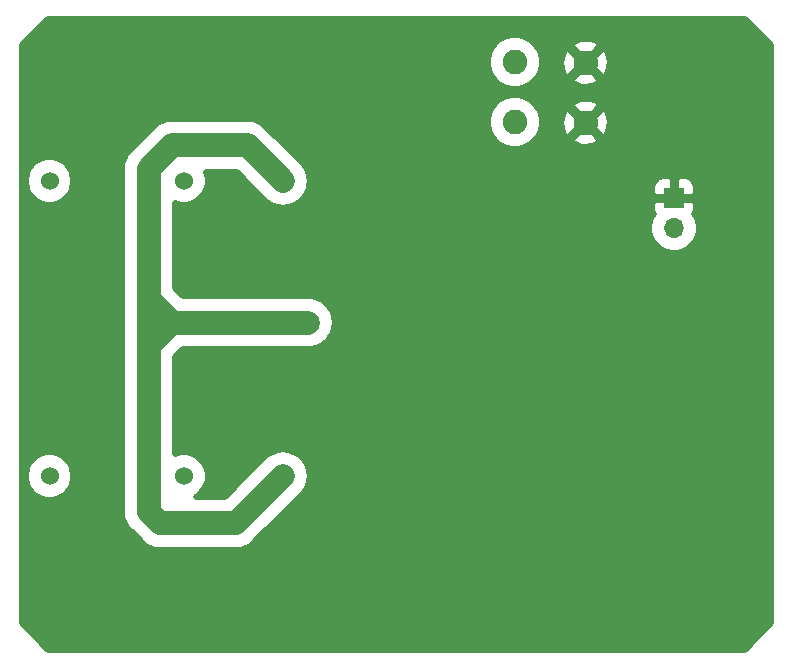
<source format=gbr>
G04 #@! TF.GenerationSoftware,KiCad,Pcbnew,(5.1.5)-3*
G04 #@! TF.CreationDate,2020-03-21T22:09:17-04:00*
G04 #@! TF.ProjectId,GP PSU Filter,47502050-5355-4204-9669-6c7465722e6b,rev?*
G04 #@! TF.SameCoordinates,Original*
G04 #@! TF.FileFunction,Copper,L2,Bot*
G04 #@! TF.FilePolarity,Positive*
%FSLAX46Y46*%
G04 Gerber Fmt 4.6, Leading zero omitted, Abs format (unit mm)*
G04 Created by KiCad (PCBNEW (5.1.5)-3) date 2020-03-21 22:09:17*
%MOMM*%
%LPD*%
G04 APERTURE LIST*
%ADD10C,1.524000*%
%ADD11C,2.082800*%
%ADD12O,1.700000X1.700000*%
%ADD13R,1.700000X1.700000*%
%ADD14C,2.000000*%
%ADD15C,2.000000*%
%ADD16C,0.500000*%
G04 APERTURE END LIST*
D10*
X112000000Y-100000000D03*
X120382000Y-100000000D03*
X112000000Y-75000000D03*
X120382000Y-75000000D03*
X100618000Y-100000000D03*
X109000000Y-100000000D03*
X100618000Y-75000000D03*
X109000000Y-75000000D03*
D11*
X146000000Y-70080000D03*
X146000000Y-65000000D03*
X140000000Y-64920000D03*
X140000000Y-70000000D03*
D12*
X153500000Y-79000000D03*
D13*
X153500000Y-76460000D03*
D14*
X127000000Y-82000000D03*
X127000000Y-77000000D03*
X127000000Y-73500000D03*
X146000000Y-73500000D03*
X149000000Y-76500000D03*
X127000000Y-93000000D03*
X135500000Y-93000000D03*
X139000000Y-109500000D03*
X158500000Y-76500000D03*
X153500000Y-70000000D03*
X102500000Y-112500000D03*
X115000000Y-112500000D03*
X125000000Y-62500000D03*
X132500000Y-62500000D03*
X155000000Y-62500000D03*
X160000000Y-67500000D03*
X122500000Y-87000000D03*
D15*
X109000000Y-103000000D02*
X109000000Y-100000000D01*
X110000000Y-104000000D02*
X109000000Y-103000000D01*
X120382000Y-100000000D02*
X116382000Y-104000000D01*
X116382000Y-104000000D02*
X110000000Y-104000000D01*
X109000000Y-76000000D02*
X109000000Y-75000000D01*
X117382000Y-72000000D02*
X120382000Y-75000000D01*
X111000000Y-72000000D02*
X117382000Y-72000000D01*
X109000000Y-75000000D02*
X109000000Y-74000000D01*
X109000000Y-74000000D02*
X111000000Y-72000000D01*
X109000000Y-85000000D02*
X111000000Y-87000000D01*
X109000000Y-87000000D02*
X111000000Y-87000000D01*
X109000000Y-87000000D02*
X109000000Y-85000000D01*
X109000000Y-85000000D02*
X109000000Y-76000000D01*
X109000000Y-89000000D02*
X111000000Y-87000000D01*
X109000000Y-100000000D02*
X109000000Y-89000000D01*
X109000000Y-89000000D02*
X109000000Y-87000000D01*
X111000000Y-87000000D02*
X122500000Y-87000000D01*
D16*
G36*
X161725000Y-63528122D02*
G01*
X161725001Y-112471877D01*
X159471879Y-114725000D01*
X100528122Y-114725000D01*
X98275000Y-112471879D01*
X98275000Y-99801835D01*
X98606000Y-99801835D01*
X98606000Y-100198165D01*
X98683320Y-100586879D01*
X98834989Y-100953039D01*
X99055178Y-101282575D01*
X99335425Y-101562822D01*
X99664961Y-101783011D01*
X100031121Y-101934680D01*
X100419835Y-102012000D01*
X100816165Y-102012000D01*
X101204879Y-101934680D01*
X101571039Y-101783011D01*
X101900575Y-101562822D01*
X102180822Y-101282575D01*
X102401011Y-100953039D01*
X102552680Y-100586879D01*
X102630000Y-100198165D01*
X102630000Y-99801835D01*
X102552680Y-99413121D01*
X102401011Y-99046961D01*
X102180822Y-98717425D01*
X101900575Y-98437178D01*
X101571039Y-98216989D01*
X101204879Y-98065320D01*
X100816165Y-97988000D01*
X100419835Y-97988000D01*
X100031121Y-98065320D01*
X99664961Y-98216989D01*
X99335425Y-98437178D01*
X99055178Y-98717425D01*
X98834989Y-99046961D01*
X98683320Y-99413121D01*
X98606000Y-99801835D01*
X98275000Y-99801835D01*
X98275000Y-74801835D01*
X98606000Y-74801835D01*
X98606000Y-75198165D01*
X98683320Y-75586879D01*
X98834989Y-75953039D01*
X99055178Y-76282575D01*
X99335425Y-76562822D01*
X99664961Y-76783011D01*
X100031121Y-76934680D01*
X100419835Y-77012000D01*
X100816165Y-77012000D01*
X101204879Y-76934680D01*
X101571039Y-76783011D01*
X101900575Y-76562822D01*
X102180822Y-76282575D01*
X102401011Y-75953039D01*
X102552680Y-75586879D01*
X102630000Y-75198165D01*
X102630000Y-74801835D01*
X102552680Y-74413121D01*
X102401011Y-74046961D01*
X102369633Y-74000000D01*
X106739114Y-74000000D01*
X106750000Y-74110525D01*
X106750000Y-76110527D01*
X106750001Y-76110537D01*
X106750000Y-84889472D01*
X106739114Y-85000000D01*
X106750000Y-85110525D01*
X106750000Y-86889472D01*
X106739114Y-87000000D01*
X106750000Y-87110527D01*
X106750000Y-88889472D01*
X106739114Y-89000000D01*
X106750000Y-89110525D01*
X106750000Y-89110527D01*
X106750001Y-89110537D01*
X106750000Y-99889472D01*
X106750000Y-102889475D01*
X106739114Y-103000000D01*
X106750000Y-103110525D01*
X106750000Y-103110527D01*
X106782556Y-103441076D01*
X106911214Y-103865203D01*
X107120142Y-104256081D01*
X107401312Y-104598688D01*
X107487169Y-104669149D01*
X108330847Y-105512826D01*
X108401312Y-105598688D01*
X108743919Y-105879858D01*
X109134796Y-106088786D01*
X109558920Y-106217443D01*
X109558923Y-106217444D01*
X110000000Y-106260886D01*
X110110528Y-106250000D01*
X116271475Y-106250000D01*
X116382000Y-106260886D01*
X116492525Y-106250000D01*
X116492528Y-106250000D01*
X116823077Y-106217444D01*
X117247204Y-106088786D01*
X117638081Y-105879858D01*
X117980688Y-105598688D01*
X118051149Y-105512832D01*
X122051145Y-101512836D01*
X122261858Y-101256082D01*
X122470786Y-100865204D01*
X122599443Y-100441078D01*
X122642886Y-100000001D01*
X122599443Y-99558924D01*
X122470786Y-99134798D01*
X122261858Y-98743920D01*
X121980687Y-98401313D01*
X121638080Y-98120142D01*
X121247202Y-97911214D01*
X120823076Y-97782557D01*
X120381999Y-97739114D01*
X119940922Y-97782557D01*
X119516796Y-97911214D01*
X119125918Y-98120142D01*
X118869164Y-98330855D01*
X115450020Y-101750000D01*
X113002443Y-101750000D01*
X113282575Y-101562822D01*
X113562822Y-101282575D01*
X113783011Y-100953039D01*
X113934680Y-100586879D01*
X114012000Y-100198165D01*
X114012000Y-99801835D01*
X113934680Y-99413121D01*
X113783011Y-99046961D01*
X113562822Y-98717425D01*
X113282575Y-98437178D01*
X112953039Y-98216989D01*
X112586879Y-98065320D01*
X112198165Y-97988000D01*
X111801835Y-97988000D01*
X111413121Y-98065320D01*
X111250000Y-98132887D01*
X111250000Y-89931980D01*
X111931981Y-89250000D01*
X122721606Y-89250000D01*
X122830549Y-89228330D01*
X122941077Y-89217444D01*
X123047356Y-89185204D01*
X123156301Y-89163534D01*
X123258926Y-89121025D01*
X123365204Y-89088786D01*
X123463150Y-89036433D01*
X123565775Y-88993924D01*
X123658134Y-88932212D01*
X123756081Y-88879858D01*
X123841932Y-88809402D01*
X123934292Y-88747689D01*
X124012837Y-88669144D01*
X124098688Y-88598688D01*
X124169145Y-88512836D01*
X124247689Y-88434292D01*
X124309402Y-88341932D01*
X124379858Y-88256081D01*
X124432212Y-88158134D01*
X124493924Y-88065775D01*
X124536433Y-87963150D01*
X124588786Y-87865204D01*
X124621025Y-87758926D01*
X124663534Y-87656301D01*
X124685204Y-87547356D01*
X124717444Y-87441077D01*
X124728330Y-87330549D01*
X124750000Y-87221606D01*
X124750000Y-87110527D01*
X124760886Y-87000000D01*
X124750000Y-86889472D01*
X124750000Y-86778394D01*
X124728330Y-86669451D01*
X124717444Y-86558923D01*
X124685204Y-86452644D01*
X124663534Y-86343699D01*
X124621025Y-86241074D01*
X124588786Y-86134796D01*
X124536433Y-86036850D01*
X124493924Y-85934225D01*
X124432212Y-85841866D01*
X124379858Y-85743919D01*
X124309402Y-85658068D01*
X124247689Y-85565708D01*
X124169144Y-85487163D01*
X124098688Y-85401312D01*
X124012836Y-85330855D01*
X123934292Y-85252311D01*
X123841932Y-85190598D01*
X123756081Y-85120142D01*
X123658134Y-85067788D01*
X123565775Y-85006076D01*
X123463150Y-84963567D01*
X123365204Y-84911214D01*
X123258926Y-84878975D01*
X123156301Y-84836466D01*
X123047356Y-84814796D01*
X122941077Y-84782556D01*
X122830549Y-84771670D01*
X122721606Y-84750000D01*
X111931981Y-84750000D01*
X111250000Y-84068020D01*
X111250000Y-78793168D01*
X151400000Y-78793168D01*
X151400000Y-79206832D01*
X151480702Y-79612547D01*
X151639004Y-79994723D01*
X151868823Y-80338672D01*
X152161328Y-80631177D01*
X152505277Y-80860996D01*
X152887453Y-81019298D01*
X153293168Y-81100000D01*
X153706832Y-81100000D01*
X154112547Y-81019298D01*
X154494723Y-80860996D01*
X154838672Y-80631177D01*
X155131177Y-80338672D01*
X155360996Y-79994723D01*
X155519298Y-79612547D01*
X155600000Y-79206832D01*
X155600000Y-78793168D01*
X155519298Y-78387453D01*
X155360996Y-78005277D01*
X155222803Y-77798456D01*
X155278350Y-77694535D01*
X155335531Y-77506034D01*
X155354839Y-77310000D01*
X155350000Y-76835000D01*
X155100000Y-76585000D01*
X153625000Y-76585000D01*
X153625000Y-76605000D01*
X153375000Y-76605000D01*
X153375000Y-76585000D01*
X151900000Y-76585000D01*
X151650000Y-76835000D01*
X151645161Y-77310000D01*
X151664469Y-77506034D01*
X151721650Y-77694535D01*
X151777197Y-77798456D01*
X151639004Y-78005277D01*
X151480702Y-78387453D01*
X151400000Y-78793168D01*
X111250000Y-78793168D01*
X111250000Y-76867113D01*
X111413121Y-76934680D01*
X111801835Y-77012000D01*
X112198165Y-77012000D01*
X112586879Y-76934680D01*
X112953039Y-76783011D01*
X113282575Y-76562822D01*
X113562822Y-76282575D01*
X113783011Y-75953039D01*
X113934680Y-75586879D01*
X114012000Y-75198165D01*
X114012000Y-74801835D01*
X113934680Y-74413121D01*
X113867113Y-74250000D01*
X116450020Y-74250000D01*
X118869165Y-76669145D01*
X119125919Y-76879858D01*
X119516797Y-77088786D01*
X119940923Y-77217443D01*
X120382000Y-77260886D01*
X120823077Y-77217443D01*
X121247203Y-77088786D01*
X121638081Y-76879858D01*
X121980688Y-76598688D01*
X122261858Y-76256081D01*
X122470786Y-75865203D01*
X122548200Y-75610000D01*
X151645161Y-75610000D01*
X151650000Y-76085000D01*
X151900000Y-76335000D01*
X153375000Y-76335000D01*
X153375000Y-74860000D01*
X153625000Y-74860000D01*
X153625000Y-76335000D01*
X155100000Y-76335000D01*
X155350000Y-76085000D01*
X155354839Y-75610000D01*
X155335531Y-75413966D01*
X155278350Y-75225465D01*
X155185493Y-75051741D01*
X155060528Y-74899472D01*
X154908259Y-74774507D01*
X154734535Y-74681650D01*
X154546034Y-74624469D01*
X154350000Y-74605161D01*
X153875000Y-74610000D01*
X153625000Y-74860000D01*
X153375000Y-74860000D01*
X153125000Y-74610000D01*
X152650000Y-74605161D01*
X152453966Y-74624469D01*
X152265465Y-74681650D01*
X152091741Y-74774507D01*
X151939472Y-74899472D01*
X151814507Y-75051741D01*
X151721650Y-75225465D01*
X151664469Y-75413966D01*
X151645161Y-75610000D01*
X122548200Y-75610000D01*
X122599443Y-75441077D01*
X122642886Y-75000000D01*
X122599443Y-74558923D01*
X122470786Y-74134797D01*
X122261858Y-73743919D01*
X122051145Y-73487165D01*
X119051149Y-70487169D01*
X118980688Y-70401312D01*
X118638081Y-70120142D01*
X118247204Y-69911214D01*
X117823077Y-69782556D01*
X117739425Y-69774317D01*
X137708600Y-69774317D01*
X137708600Y-70225683D01*
X137796657Y-70668377D01*
X137969388Y-71085385D01*
X138220153Y-71460682D01*
X138539318Y-71779847D01*
X138914615Y-72030612D01*
X139331623Y-72203343D01*
X139774317Y-72291400D01*
X140225683Y-72291400D01*
X140668377Y-72203343D01*
X141085385Y-72030612D01*
X141460682Y-71779847D01*
X141779847Y-71460682D01*
X141794325Y-71439013D01*
X144817763Y-71439013D01*
X144897657Y-71809907D01*
X145256327Y-71991723D01*
X145643575Y-72100073D01*
X146044520Y-72130793D01*
X146443755Y-72082702D01*
X146825936Y-71957649D01*
X147102343Y-71809907D01*
X147182237Y-71439013D01*
X146000000Y-70256777D01*
X144817763Y-71439013D01*
X141794325Y-71439013D01*
X142030612Y-71085385D01*
X142203343Y-70668377D01*
X142291400Y-70225683D01*
X142291400Y-70124520D01*
X143949207Y-70124520D01*
X143997298Y-70523755D01*
X144122351Y-70905936D01*
X144270093Y-71182343D01*
X144640987Y-71262237D01*
X145823223Y-70080000D01*
X146176777Y-70080000D01*
X147359013Y-71262237D01*
X147729907Y-71182343D01*
X147911723Y-70823673D01*
X148020073Y-70436425D01*
X148050793Y-70035480D01*
X148002702Y-69636245D01*
X147877649Y-69254064D01*
X147729907Y-68977657D01*
X147359013Y-68897763D01*
X146176777Y-70080000D01*
X145823223Y-70080000D01*
X144640987Y-68897763D01*
X144270093Y-68977657D01*
X144088277Y-69336327D01*
X143979927Y-69723575D01*
X143949207Y-70124520D01*
X142291400Y-70124520D01*
X142291400Y-69774317D01*
X142203343Y-69331623D01*
X142030612Y-68914615D01*
X141901235Y-68720987D01*
X144817763Y-68720987D01*
X146000000Y-69903223D01*
X147182237Y-68720987D01*
X147102343Y-68350093D01*
X146743673Y-68168277D01*
X146356425Y-68059927D01*
X145955480Y-68029207D01*
X145556245Y-68077298D01*
X145174064Y-68202351D01*
X144897657Y-68350093D01*
X144817763Y-68720987D01*
X141901235Y-68720987D01*
X141779847Y-68539318D01*
X141460682Y-68220153D01*
X141085385Y-67969388D01*
X140668377Y-67796657D01*
X140225683Y-67708600D01*
X139774317Y-67708600D01*
X139331623Y-67796657D01*
X138914615Y-67969388D01*
X138539318Y-68220153D01*
X138220153Y-68539318D01*
X137969388Y-68914615D01*
X137796657Y-69331623D01*
X137708600Y-69774317D01*
X117739425Y-69774317D01*
X117492528Y-69750000D01*
X117492525Y-69750000D01*
X117382000Y-69739114D01*
X117271475Y-69750000D01*
X111110525Y-69750000D01*
X110999999Y-69739114D01*
X110889473Y-69750000D01*
X110889472Y-69750000D01*
X110558923Y-69782556D01*
X110161139Y-69903223D01*
X110134796Y-69911214D01*
X109743918Y-70120142D01*
X109487164Y-70330855D01*
X109401312Y-70401312D01*
X109330856Y-70487164D01*
X107487164Y-72330856D01*
X107401313Y-72401312D01*
X107330857Y-72487163D01*
X107330855Y-72487165D01*
X107120142Y-72743919D01*
X106989678Y-72988000D01*
X106911214Y-73134796D01*
X106782556Y-73558923D01*
X106750947Y-73879858D01*
X106739114Y-74000000D01*
X102369633Y-74000000D01*
X102180822Y-73717425D01*
X101900575Y-73437178D01*
X101571039Y-73216989D01*
X101204879Y-73065320D01*
X100816165Y-72988000D01*
X100419835Y-72988000D01*
X100031121Y-73065320D01*
X99664961Y-73216989D01*
X99335425Y-73437178D01*
X99055178Y-73717425D01*
X98834989Y-74046961D01*
X98683320Y-74413121D01*
X98606000Y-74801835D01*
X98275000Y-74801835D01*
X98275000Y-64694317D01*
X137708600Y-64694317D01*
X137708600Y-65145683D01*
X137796657Y-65588377D01*
X137969388Y-66005385D01*
X138220153Y-66380682D01*
X138539318Y-66699847D01*
X138914615Y-66950612D01*
X139331623Y-67123343D01*
X139774317Y-67211400D01*
X140225683Y-67211400D01*
X140668377Y-67123343D01*
X141085385Y-66950612D01*
X141460682Y-66699847D01*
X141779847Y-66380682D01*
X141794325Y-66359013D01*
X144817763Y-66359013D01*
X144897657Y-66729907D01*
X145256327Y-66911723D01*
X145643575Y-67020073D01*
X146044520Y-67050793D01*
X146443755Y-67002702D01*
X146825936Y-66877649D01*
X147102343Y-66729907D01*
X147182237Y-66359013D01*
X146000000Y-65176777D01*
X144817763Y-66359013D01*
X141794325Y-66359013D01*
X142030612Y-66005385D01*
X142203343Y-65588377D01*
X142291400Y-65145683D01*
X142291400Y-65044520D01*
X143949207Y-65044520D01*
X143997298Y-65443755D01*
X144122351Y-65825936D01*
X144270093Y-66102343D01*
X144640987Y-66182237D01*
X145823223Y-65000000D01*
X146176777Y-65000000D01*
X147359013Y-66182237D01*
X147729907Y-66102343D01*
X147911723Y-65743673D01*
X148020073Y-65356425D01*
X148050793Y-64955480D01*
X148002702Y-64556245D01*
X147877649Y-64174064D01*
X147729907Y-63897657D01*
X147359013Y-63817763D01*
X146176777Y-65000000D01*
X145823223Y-65000000D01*
X144640987Y-63817763D01*
X144270093Y-63897657D01*
X144088277Y-64256327D01*
X143979927Y-64643575D01*
X143949207Y-65044520D01*
X142291400Y-65044520D01*
X142291400Y-64694317D01*
X142203343Y-64251623D01*
X142030612Y-63834615D01*
X141901235Y-63640987D01*
X144817763Y-63640987D01*
X146000000Y-64823223D01*
X147182237Y-63640987D01*
X147102343Y-63270093D01*
X146743673Y-63088277D01*
X146356425Y-62979927D01*
X145955480Y-62949207D01*
X145556245Y-62997298D01*
X145174064Y-63122351D01*
X144897657Y-63270093D01*
X144817763Y-63640987D01*
X141901235Y-63640987D01*
X141779847Y-63459318D01*
X141460682Y-63140153D01*
X141085385Y-62889388D01*
X140668377Y-62716657D01*
X140225683Y-62628600D01*
X139774317Y-62628600D01*
X139331623Y-62716657D01*
X138914615Y-62889388D01*
X138539318Y-63140153D01*
X138220153Y-63459318D01*
X137969388Y-63834615D01*
X137796657Y-64251623D01*
X137708600Y-64694317D01*
X98275000Y-64694317D01*
X98275000Y-63528121D01*
X100528122Y-61275000D01*
X159471879Y-61275000D01*
X161725000Y-63528122D01*
G37*
X161725000Y-63528122D02*
X161725001Y-112471877D01*
X159471879Y-114725000D01*
X100528122Y-114725000D01*
X98275000Y-112471879D01*
X98275000Y-99801835D01*
X98606000Y-99801835D01*
X98606000Y-100198165D01*
X98683320Y-100586879D01*
X98834989Y-100953039D01*
X99055178Y-101282575D01*
X99335425Y-101562822D01*
X99664961Y-101783011D01*
X100031121Y-101934680D01*
X100419835Y-102012000D01*
X100816165Y-102012000D01*
X101204879Y-101934680D01*
X101571039Y-101783011D01*
X101900575Y-101562822D01*
X102180822Y-101282575D01*
X102401011Y-100953039D01*
X102552680Y-100586879D01*
X102630000Y-100198165D01*
X102630000Y-99801835D01*
X102552680Y-99413121D01*
X102401011Y-99046961D01*
X102180822Y-98717425D01*
X101900575Y-98437178D01*
X101571039Y-98216989D01*
X101204879Y-98065320D01*
X100816165Y-97988000D01*
X100419835Y-97988000D01*
X100031121Y-98065320D01*
X99664961Y-98216989D01*
X99335425Y-98437178D01*
X99055178Y-98717425D01*
X98834989Y-99046961D01*
X98683320Y-99413121D01*
X98606000Y-99801835D01*
X98275000Y-99801835D01*
X98275000Y-74801835D01*
X98606000Y-74801835D01*
X98606000Y-75198165D01*
X98683320Y-75586879D01*
X98834989Y-75953039D01*
X99055178Y-76282575D01*
X99335425Y-76562822D01*
X99664961Y-76783011D01*
X100031121Y-76934680D01*
X100419835Y-77012000D01*
X100816165Y-77012000D01*
X101204879Y-76934680D01*
X101571039Y-76783011D01*
X101900575Y-76562822D01*
X102180822Y-76282575D01*
X102401011Y-75953039D01*
X102552680Y-75586879D01*
X102630000Y-75198165D01*
X102630000Y-74801835D01*
X102552680Y-74413121D01*
X102401011Y-74046961D01*
X102369633Y-74000000D01*
X106739114Y-74000000D01*
X106750000Y-74110525D01*
X106750000Y-76110527D01*
X106750001Y-76110537D01*
X106750000Y-84889472D01*
X106739114Y-85000000D01*
X106750000Y-85110525D01*
X106750000Y-86889472D01*
X106739114Y-87000000D01*
X106750000Y-87110527D01*
X106750000Y-88889472D01*
X106739114Y-89000000D01*
X106750000Y-89110525D01*
X106750000Y-89110527D01*
X106750001Y-89110537D01*
X106750000Y-99889472D01*
X106750000Y-102889475D01*
X106739114Y-103000000D01*
X106750000Y-103110525D01*
X106750000Y-103110527D01*
X106782556Y-103441076D01*
X106911214Y-103865203D01*
X107120142Y-104256081D01*
X107401312Y-104598688D01*
X107487169Y-104669149D01*
X108330847Y-105512826D01*
X108401312Y-105598688D01*
X108743919Y-105879858D01*
X109134796Y-106088786D01*
X109558920Y-106217443D01*
X109558923Y-106217444D01*
X110000000Y-106260886D01*
X110110528Y-106250000D01*
X116271475Y-106250000D01*
X116382000Y-106260886D01*
X116492525Y-106250000D01*
X116492528Y-106250000D01*
X116823077Y-106217444D01*
X117247204Y-106088786D01*
X117638081Y-105879858D01*
X117980688Y-105598688D01*
X118051149Y-105512832D01*
X122051145Y-101512836D01*
X122261858Y-101256082D01*
X122470786Y-100865204D01*
X122599443Y-100441078D01*
X122642886Y-100000001D01*
X122599443Y-99558924D01*
X122470786Y-99134798D01*
X122261858Y-98743920D01*
X121980687Y-98401313D01*
X121638080Y-98120142D01*
X121247202Y-97911214D01*
X120823076Y-97782557D01*
X120381999Y-97739114D01*
X119940922Y-97782557D01*
X119516796Y-97911214D01*
X119125918Y-98120142D01*
X118869164Y-98330855D01*
X115450020Y-101750000D01*
X113002443Y-101750000D01*
X113282575Y-101562822D01*
X113562822Y-101282575D01*
X113783011Y-100953039D01*
X113934680Y-100586879D01*
X114012000Y-100198165D01*
X114012000Y-99801835D01*
X113934680Y-99413121D01*
X113783011Y-99046961D01*
X113562822Y-98717425D01*
X113282575Y-98437178D01*
X112953039Y-98216989D01*
X112586879Y-98065320D01*
X112198165Y-97988000D01*
X111801835Y-97988000D01*
X111413121Y-98065320D01*
X111250000Y-98132887D01*
X111250000Y-89931980D01*
X111931981Y-89250000D01*
X122721606Y-89250000D01*
X122830549Y-89228330D01*
X122941077Y-89217444D01*
X123047356Y-89185204D01*
X123156301Y-89163534D01*
X123258926Y-89121025D01*
X123365204Y-89088786D01*
X123463150Y-89036433D01*
X123565775Y-88993924D01*
X123658134Y-88932212D01*
X123756081Y-88879858D01*
X123841932Y-88809402D01*
X123934292Y-88747689D01*
X124012837Y-88669144D01*
X124098688Y-88598688D01*
X124169145Y-88512836D01*
X124247689Y-88434292D01*
X124309402Y-88341932D01*
X124379858Y-88256081D01*
X124432212Y-88158134D01*
X124493924Y-88065775D01*
X124536433Y-87963150D01*
X124588786Y-87865204D01*
X124621025Y-87758926D01*
X124663534Y-87656301D01*
X124685204Y-87547356D01*
X124717444Y-87441077D01*
X124728330Y-87330549D01*
X124750000Y-87221606D01*
X124750000Y-87110527D01*
X124760886Y-87000000D01*
X124750000Y-86889472D01*
X124750000Y-86778394D01*
X124728330Y-86669451D01*
X124717444Y-86558923D01*
X124685204Y-86452644D01*
X124663534Y-86343699D01*
X124621025Y-86241074D01*
X124588786Y-86134796D01*
X124536433Y-86036850D01*
X124493924Y-85934225D01*
X124432212Y-85841866D01*
X124379858Y-85743919D01*
X124309402Y-85658068D01*
X124247689Y-85565708D01*
X124169144Y-85487163D01*
X124098688Y-85401312D01*
X124012836Y-85330855D01*
X123934292Y-85252311D01*
X123841932Y-85190598D01*
X123756081Y-85120142D01*
X123658134Y-85067788D01*
X123565775Y-85006076D01*
X123463150Y-84963567D01*
X123365204Y-84911214D01*
X123258926Y-84878975D01*
X123156301Y-84836466D01*
X123047356Y-84814796D01*
X122941077Y-84782556D01*
X122830549Y-84771670D01*
X122721606Y-84750000D01*
X111931981Y-84750000D01*
X111250000Y-84068020D01*
X111250000Y-78793168D01*
X151400000Y-78793168D01*
X151400000Y-79206832D01*
X151480702Y-79612547D01*
X151639004Y-79994723D01*
X151868823Y-80338672D01*
X152161328Y-80631177D01*
X152505277Y-80860996D01*
X152887453Y-81019298D01*
X153293168Y-81100000D01*
X153706832Y-81100000D01*
X154112547Y-81019298D01*
X154494723Y-80860996D01*
X154838672Y-80631177D01*
X155131177Y-80338672D01*
X155360996Y-79994723D01*
X155519298Y-79612547D01*
X155600000Y-79206832D01*
X155600000Y-78793168D01*
X155519298Y-78387453D01*
X155360996Y-78005277D01*
X155222803Y-77798456D01*
X155278350Y-77694535D01*
X155335531Y-77506034D01*
X155354839Y-77310000D01*
X155350000Y-76835000D01*
X155100000Y-76585000D01*
X153625000Y-76585000D01*
X153625000Y-76605000D01*
X153375000Y-76605000D01*
X153375000Y-76585000D01*
X151900000Y-76585000D01*
X151650000Y-76835000D01*
X151645161Y-77310000D01*
X151664469Y-77506034D01*
X151721650Y-77694535D01*
X151777197Y-77798456D01*
X151639004Y-78005277D01*
X151480702Y-78387453D01*
X151400000Y-78793168D01*
X111250000Y-78793168D01*
X111250000Y-76867113D01*
X111413121Y-76934680D01*
X111801835Y-77012000D01*
X112198165Y-77012000D01*
X112586879Y-76934680D01*
X112953039Y-76783011D01*
X113282575Y-76562822D01*
X113562822Y-76282575D01*
X113783011Y-75953039D01*
X113934680Y-75586879D01*
X114012000Y-75198165D01*
X114012000Y-74801835D01*
X113934680Y-74413121D01*
X113867113Y-74250000D01*
X116450020Y-74250000D01*
X118869165Y-76669145D01*
X119125919Y-76879858D01*
X119516797Y-77088786D01*
X119940923Y-77217443D01*
X120382000Y-77260886D01*
X120823077Y-77217443D01*
X121247203Y-77088786D01*
X121638081Y-76879858D01*
X121980688Y-76598688D01*
X122261858Y-76256081D01*
X122470786Y-75865203D01*
X122548200Y-75610000D01*
X151645161Y-75610000D01*
X151650000Y-76085000D01*
X151900000Y-76335000D01*
X153375000Y-76335000D01*
X153375000Y-74860000D01*
X153625000Y-74860000D01*
X153625000Y-76335000D01*
X155100000Y-76335000D01*
X155350000Y-76085000D01*
X155354839Y-75610000D01*
X155335531Y-75413966D01*
X155278350Y-75225465D01*
X155185493Y-75051741D01*
X155060528Y-74899472D01*
X154908259Y-74774507D01*
X154734535Y-74681650D01*
X154546034Y-74624469D01*
X154350000Y-74605161D01*
X153875000Y-74610000D01*
X153625000Y-74860000D01*
X153375000Y-74860000D01*
X153125000Y-74610000D01*
X152650000Y-74605161D01*
X152453966Y-74624469D01*
X152265465Y-74681650D01*
X152091741Y-74774507D01*
X151939472Y-74899472D01*
X151814507Y-75051741D01*
X151721650Y-75225465D01*
X151664469Y-75413966D01*
X151645161Y-75610000D01*
X122548200Y-75610000D01*
X122599443Y-75441077D01*
X122642886Y-75000000D01*
X122599443Y-74558923D01*
X122470786Y-74134797D01*
X122261858Y-73743919D01*
X122051145Y-73487165D01*
X119051149Y-70487169D01*
X118980688Y-70401312D01*
X118638081Y-70120142D01*
X118247204Y-69911214D01*
X117823077Y-69782556D01*
X117739425Y-69774317D01*
X137708600Y-69774317D01*
X137708600Y-70225683D01*
X137796657Y-70668377D01*
X137969388Y-71085385D01*
X138220153Y-71460682D01*
X138539318Y-71779847D01*
X138914615Y-72030612D01*
X139331623Y-72203343D01*
X139774317Y-72291400D01*
X140225683Y-72291400D01*
X140668377Y-72203343D01*
X141085385Y-72030612D01*
X141460682Y-71779847D01*
X141779847Y-71460682D01*
X141794325Y-71439013D01*
X144817763Y-71439013D01*
X144897657Y-71809907D01*
X145256327Y-71991723D01*
X145643575Y-72100073D01*
X146044520Y-72130793D01*
X146443755Y-72082702D01*
X146825936Y-71957649D01*
X147102343Y-71809907D01*
X147182237Y-71439013D01*
X146000000Y-70256777D01*
X144817763Y-71439013D01*
X141794325Y-71439013D01*
X142030612Y-71085385D01*
X142203343Y-70668377D01*
X142291400Y-70225683D01*
X142291400Y-70124520D01*
X143949207Y-70124520D01*
X143997298Y-70523755D01*
X144122351Y-70905936D01*
X144270093Y-71182343D01*
X144640987Y-71262237D01*
X145823223Y-70080000D01*
X146176777Y-70080000D01*
X147359013Y-71262237D01*
X147729907Y-71182343D01*
X147911723Y-70823673D01*
X148020073Y-70436425D01*
X148050793Y-70035480D01*
X148002702Y-69636245D01*
X147877649Y-69254064D01*
X147729907Y-68977657D01*
X147359013Y-68897763D01*
X146176777Y-70080000D01*
X145823223Y-70080000D01*
X144640987Y-68897763D01*
X144270093Y-68977657D01*
X144088277Y-69336327D01*
X143979927Y-69723575D01*
X143949207Y-70124520D01*
X142291400Y-70124520D01*
X142291400Y-69774317D01*
X142203343Y-69331623D01*
X142030612Y-68914615D01*
X141901235Y-68720987D01*
X144817763Y-68720987D01*
X146000000Y-69903223D01*
X147182237Y-68720987D01*
X147102343Y-68350093D01*
X146743673Y-68168277D01*
X146356425Y-68059927D01*
X145955480Y-68029207D01*
X145556245Y-68077298D01*
X145174064Y-68202351D01*
X144897657Y-68350093D01*
X144817763Y-68720987D01*
X141901235Y-68720987D01*
X141779847Y-68539318D01*
X141460682Y-68220153D01*
X141085385Y-67969388D01*
X140668377Y-67796657D01*
X140225683Y-67708600D01*
X139774317Y-67708600D01*
X139331623Y-67796657D01*
X138914615Y-67969388D01*
X138539318Y-68220153D01*
X138220153Y-68539318D01*
X137969388Y-68914615D01*
X137796657Y-69331623D01*
X137708600Y-69774317D01*
X117739425Y-69774317D01*
X117492528Y-69750000D01*
X117492525Y-69750000D01*
X117382000Y-69739114D01*
X117271475Y-69750000D01*
X111110525Y-69750000D01*
X110999999Y-69739114D01*
X110889473Y-69750000D01*
X110889472Y-69750000D01*
X110558923Y-69782556D01*
X110161139Y-69903223D01*
X110134796Y-69911214D01*
X109743918Y-70120142D01*
X109487164Y-70330855D01*
X109401312Y-70401312D01*
X109330856Y-70487164D01*
X107487164Y-72330856D01*
X107401313Y-72401312D01*
X107330857Y-72487163D01*
X107330855Y-72487165D01*
X107120142Y-72743919D01*
X106989678Y-72988000D01*
X106911214Y-73134796D01*
X106782556Y-73558923D01*
X106750947Y-73879858D01*
X106739114Y-74000000D01*
X102369633Y-74000000D01*
X102180822Y-73717425D01*
X101900575Y-73437178D01*
X101571039Y-73216989D01*
X101204879Y-73065320D01*
X100816165Y-72988000D01*
X100419835Y-72988000D01*
X100031121Y-73065320D01*
X99664961Y-73216989D01*
X99335425Y-73437178D01*
X99055178Y-73717425D01*
X98834989Y-74046961D01*
X98683320Y-74413121D01*
X98606000Y-74801835D01*
X98275000Y-74801835D01*
X98275000Y-64694317D01*
X137708600Y-64694317D01*
X137708600Y-65145683D01*
X137796657Y-65588377D01*
X137969388Y-66005385D01*
X138220153Y-66380682D01*
X138539318Y-66699847D01*
X138914615Y-66950612D01*
X139331623Y-67123343D01*
X139774317Y-67211400D01*
X140225683Y-67211400D01*
X140668377Y-67123343D01*
X141085385Y-66950612D01*
X141460682Y-66699847D01*
X141779847Y-66380682D01*
X141794325Y-66359013D01*
X144817763Y-66359013D01*
X144897657Y-66729907D01*
X145256327Y-66911723D01*
X145643575Y-67020073D01*
X146044520Y-67050793D01*
X146443755Y-67002702D01*
X146825936Y-66877649D01*
X147102343Y-66729907D01*
X147182237Y-66359013D01*
X146000000Y-65176777D01*
X144817763Y-66359013D01*
X141794325Y-66359013D01*
X142030612Y-66005385D01*
X142203343Y-65588377D01*
X142291400Y-65145683D01*
X142291400Y-65044520D01*
X143949207Y-65044520D01*
X143997298Y-65443755D01*
X144122351Y-65825936D01*
X144270093Y-66102343D01*
X144640987Y-66182237D01*
X145823223Y-65000000D01*
X146176777Y-65000000D01*
X147359013Y-66182237D01*
X147729907Y-66102343D01*
X147911723Y-65743673D01*
X148020073Y-65356425D01*
X148050793Y-64955480D01*
X148002702Y-64556245D01*
X147877649Y-64174064D01*
X147729907Y-63897657D01*
X147359013Y-63817763D01*
X146176777Y-65000000D01*
X145823223Y-65000000D01*
X144640987Y-63817763D01*
X144270093Y-63897657D01*
X144088277Y-64256327D01*
X143979927Y-64643575D01*
X143949207Y-65044520D01*
X142291400Y-65044520D01*
X142291400Y-64694317D01*
X142203343Y-64251623D01*
X142030612Y-63834615D01*
X141901235Y-63640987D01*
X144817763Y-63640987D01*
X146000000Y-64823223D01*
X147182237Y-63640987D01*
X147102343Y-63270093D01*
X146743673Y-63088277D01*
X146356425Y-62979927D01*
X145955480Y-62949207D01*
X145556245Y-62997298D01*
X145174064Y-63122351D01*
X144897657Y-63270093D01*
X144817763Y-63640987D01*
X141901235Y-63640987D01*
X141779847Y-63459318D01*
X141460682Y-63140153D01*
X141085385Y-62889388D01*
X140668377Y-62716657D01*
X140225683Y-62628600D01*
X139774317Y-62628600D01*
X139331623Y-62716657D01*
X138914615Y-62889388D01*
X138539318Y-63140153D01*
X138220153Y-63459318D01*
X137969388Y-63834615D01*
X137796657Y-64251623D01*
X137708600Y-64694317D01*
X98275000Y-64694317D01*
X98275000Y-63528121D01*
X100528122Y-61275000D01*
X159471879Y-61275000D01*
X161725000Y-63528122D01*
M02*

</source>
